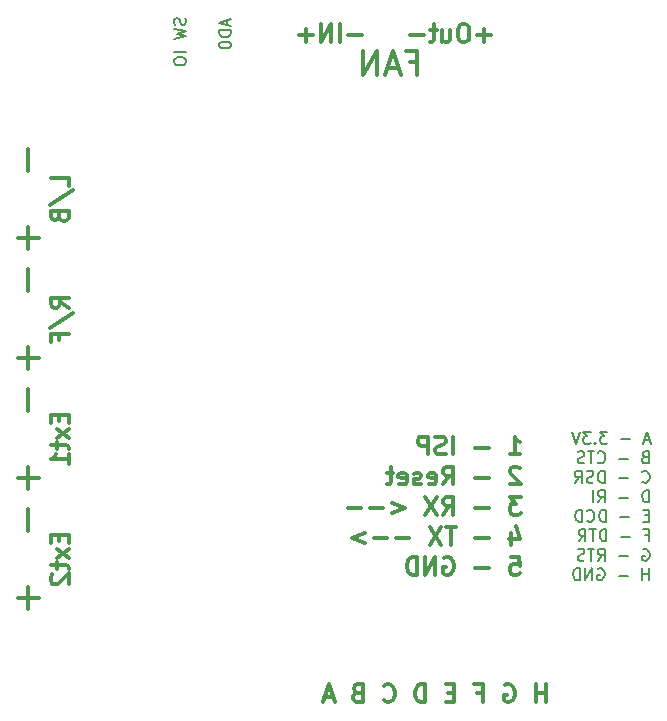
<source format=gbr>
G04 #@! TF.GenerationSoftware,KiCad,Pcbnew,(5.1.5)-3*
G04 #@! TF.CreationDate,2020-02-07T02:29:08+01:00*
G04 #@! TF.ProjectId,T962upgrade,54393632-7570-4677-9261-64652e6b6963,v0.1*
G04 #@! TF.SameCoordinates,Original*
G04 #@! TF.FileFunction,Legend,Bot*
G04 #@! TF.FilePolarity,Positive*
%FSLAX46Y46*%
G04 Gerber Fmt 4.6, Leading zero omitted, Abs format (unit mm)*
G04 Created by KiCad (PCBNEW (5.1.5)-3) date 2020-02-07 02:29:08*
%MOMM*%
%LPD*%
G04 APERTURE LIST*
%ADD10C,0.300000*%
%ADD11C,0.150000*%
G04 APERTURE END LIST*
D10*
X114232142Y-101623571D02*
X115089285Y-101623571D01*
X114660714Y-101623571D02*
X114660714Y-100123571D01*
X114803571Y-100337857D01*
X114946428Y-100480714D01*
X115089285Y-100552142D01*
X112446428Y-101052142D02*
X111303571Y-101052142D01*
X109446428Y-101623571D02*
X109446428Y-100123571D01*
X108803571Y-101552142D02*
X108589285Y-101623571D01*
X108232142Y-101623571D01*
X108089285Y-101552142D01*
X108017857Y-101480714D01*
X107946428Y-101337857D01*
X107946428Y-101195000D01*
X108017857Y-101052142D01*
X108089285Y-100980714D01*
X108232142Y-100909285D01*
X108517857Y-100837857D01*
X108660714Y-100766428D01*
X108732142Y-100695000D01*
X108803571Y-100552142D01*
X108803571Y-100409285D01*
X108732142Y-100266428D01*
X108660714Y-100195000D01*
X108517857Y-100123571D01*
X108160714Y-100123571D01*
X107946428Y-100195000D01*
X107303571Y-101623571D02*
X107303571Y-100123571D01*
X106732142Y-100123571D01*
X106589285Y-100195000D01*
X106517857Y-100266428D01*
X106446428Y-100409285D01*
X106446428Y-100623571D01*
X106517857Y-100766428D01*
X106589285Y-100837857D01*
X106732142Y-100909285D01*
X107303571Y-100909285D01*
X115089285Y-102816428D02*
X115017857Y-102745000D01*
X114875000Y-102673571D01*
X114517857Y-102673571D01*
X114375000Y-102745000D01*
X114303571Y-102816428D01*
X114232142Y-102959285D01*
X114232142Y-103102142D01*
X114303571Y-103316428D01*
X115160714Y-104173571D01*
X114232142Y-104173571D01*
X112446428Y-103602142D02*
X111303571Y-103602142D01*
X108589285Y-104173571D02*
X109089285Y-103459285D01*
X109446428Y-104173571D02*
X109446428Y-102673571D01*
X108875000Y-102673571D01*
X108732142Y-102745000D01*
X108660714Y-102816428D01*
X108589285Y-102959285D01*
X108589285Y-103173571D01*
X108660714Y-103316428D01*
X108732142Y-103387857D01*
X108875000Y-103459285D01*
X109446428Y-103459285D01*
X107375000Y-104102142D02*
X107517857Y-104173571D01*
X107803571Y-104173571D01*
X107946428Y-104102142D01*
X108017857Y-103959285D01*
X108017857Y-103387857D01*
X107946428Y-103245000D01*
X107803571Y-103173571D01*
X107517857Y-103173571D01*
X107375000Y-103245000D01*
X107303571Y-103387857D01*
X107303571Y-103530714D01*
X108017857Y-103673571D01*
X106732142Y-104102142D02*
X106589285Y-104173571D01*
X106303571Y-104173571D01*
X106160714Y-104102142D01*
X106089285Y-103959285D01*
X106089285Y-103887857D01*
X106160714Y-103745000D01*
X106303571Y-103673571D01*
X106517857Y-103673571D01*
X106660714Y-103602142D01*
X106732142Y-103459285D01*
X106732142Y-103387857D01*
X106660714Y-103245000D01*
X106517857Y-103173571D01*
X106303571Y-103173571D01*
X106160714Y-103245000D01*
X104875000Y-104102142D02*
X105017857Y-104173571D01*
X105303571Y-104173571D01*
X105446428Y-104102142D01*
X105517857Y-103959285D01*
X105517857Y-103387857D01*
X105446428Y-103245000D01*
X105303571Y-103173571D01*
X105017857Y-103173571D01*
X104875000Y-103245000D01*
X104803571Y-103387857D01*
X104803571Y-103530714D01*
X105517857Y-103673571D01*
X104375000Y-103173571D02*
X103803571Y-103173571D01*
X104160714Y-102673571D02*
X104160714Y-103959285D01*
X104089285Y-104102142D01*
X103946428Y-104173571D01*
X103803571Y-104173571D01*
X115160714Y-105223571D02*
X114232142Y-105223571D01*
X114732142Y-105795000D01*
X114517857Y-105795000D01*
X114375000Y-105866428D01*
X114303571Y-105937857D01*
X114232142Y-106080714D01*
X114232142Y-106437857D01*
X114303571Y-106580714D01*
X114375000Y-106652142D01*
X114517857Y-106723571D01*
X114946428Y-106723571D01*
X115089285Y-106652142D01*
X115160714Y-106580714D01*
X112446428Y-106152142D02*
X111303571Y-106152142D01*
X108589285Y-106723571D02*
X109089285Y-106009285D01*
X109446428Y-106723571D02*
X109446428Y-105223571D01*
X108875000Y-105223571D01*
X108732142Y-105295000D01*
X108660714Y-105366428D01*
X108589285Y-105509285D01*
X108589285Y-105723571D01*
X108660714Y-105866428D01*
X108732142Y-105937857D01*
X108875000Y-106009285D01*
X109446428Y-106009285D01*
X108089285Y-105223571D02*
X107089285Y-106723571D01*
X107089285Y-105223571D02*
X108089285Y-106723571D01*
X104232142Y-105723571D02*
X105375000Y-106152142D01*
X104232142Y-106580714D01*
X103517857Y-106152142D02*
X102375000Y-106152142D01*
X101660714Y-106152142D02*
X100517857Y-106152142D01*
X114375000Y-108273571D02*
X114375000Y-109273571D01*
X114732142Y-107702142D02*
X115089285Y-108773571D01*
X114160714Y-108773571D01*
X112446428Y-108702142D02*
X111303571Y-108702142D01*
X109660714Y-107773571D02*
X108803571Y-107773571D01*
X109232142Y-109273571D02*
X109232142Y-107773571D01*
X108446428Y-107773571D02*
X107446428Y-109273571D01*
X107446428Y-107773571D02*
X108446428Y-109273571D01*
X105732142Y-108702142D02*
X104589285Y-108702142D01*
X103875000Y-108702142D02*
X102732142Y-108702142D01*
X102017857Y-108273571D02*
X100875000Y-108702142D01*
X102017857Y-109130714D01*
X114303571Y-110323571D02*
X115017857Y-110323571D01*
X115089285Y-111037857D01*
X115017857Y-110966428D01*
X114875000Y-110895000D01*
X114517857Y-110895000D01*
X114375000Y-110966428D01*
X114303571Y-111037857D01*
X114232142Y-111180714D01*
X114232142Y-111537857D01*
X114303571Y-111680714D01*
X114375000Y-111752142D01*
X114517857Y-111823571D01*
X114875000Y-111823571D01*
X115017857Y-111752142D01*
X115089285Y-111680714D01*
X112446428Y-111252142D02*
X111303571Y-111252142D01*
X108660714Y-110395000D02*
X108803571Y-110323571D01*
X109017857Y-110323571D01*
X109232142Y-110395000D01*
X109375000Y-110537857D01*
X109446428Y-110680714D01*
X109517857Y-110966428D01*
X109517857Y-111180714D01*
X109446428Y-111466428D01*
X109375000Y-111609285D01*
X109232142Y-111752142D01*
X109017857Y-111823571D01*
X108875000Y-111823571D01*
X108660714Y-111752142D01*
X108589285Y-111680714D01*
X108589285Y-111180714D01*
X108875000Y-111180714D01*
X107946428Y-111823571D02*
X107946428Y-110323571D01*
X107089285Y-111823571D01*
X107089285Y-110323571D01*
X106375000Y-111823571D02*
X106375000Y-110323571D01*
X106017857Y-110323571D01*
X105803571Y-110395000D01*
X105660714Y-110537857D01*
X105589285Y-110680714D01*
X105517857Y-110966428D01*
X105517857Y-111180714D01*
X105589285Y-111466428D01*
X105660714Y-111609285D01*
X105803571Y-111752142D01*
X106017857Y-111823571D01*
X106375000Y-111823571D01*
D11*
X126077023Y-100436666D02*
X125600833Y-100436666D01*
X126172261Y-100722380D02*
X125838928Y-99722380D01*
X125505595Y-100722380D01*
X124410357Y-100341428D02*
X123648452Y-100341428D01*
X122505595Y-99722380D02*
X121886547Y-99722380D01*
X122219880Y-100103333D01*
X122077023Y-100103333D01*
X121981785Y-100150952D01*
X121934166Y-100198571D01*
X121886547Y-100293809D01*
X121886547Y-100531904D01*
X121934166Y-100627142D01*
X121981785Y-100674761D01*
X122077023Y-100722380D01*
X122362738Y-100722380D01*
X122457976Y-100674761D01*
X122505595Y-100627142D01*
X121457976Y-100627142D02*
X121410357Y-100674761D01*
X121457976Y-100722380D01*
X121505595Y-100674761D01*
X121457976Y-100627142D01*
X121457976Y-100722380D01*
X121077023Y-99722380D02*
X120457976Y-99722380D01*
X120791309Y-100103333D01*
X120648452Y-100103333D01*
X120553214Y-100150952D01*
X120505595Y-100198571D01*
X120457976Y-100293809D01*
X120457976Y-100531904D01*
X120505595Y-100627142D01*
X120553214Y-100674761D01*
X120648452Y-100722380D01*
X120934166Y-100722380D01*
X121029404Y-100674761D01*
X121077023Y-100627142D01*
X120172261Y-99722380D02*
X119838928Y-100722380D01*
X119505595Y-99722380D01*
X125696071Y-101848571D02*
X125553214Y-101896190D01*
X125505595Y-101943809D01*
X125457976Y-102039047D01*
X125457976Y-102181904D01*
X125505595Y-102277142D01*
X125553214Y-102324761D01*
X125648452Y-102372380D01*
X126029404Y-102372380D01*
X126029404Y-101372380D01*
X125696071Y-101372380D01*
X125600833Y-101420000D01*
X125553214Y-101467619D01*
X125505595Y-101562857D01*
X125505595Y-101658095D01*
X125553214Y-101753333D01*
X125600833Y-101800952D01*
X125696071Y-101848571D01*
X126029404Y-101848571D01*
X124267500Y-101991428D02*
X123505595Y-101991428D01*
X121696071Y-102277142D02*
X121743690Y-102324761D01*
X121886547Y-102372380D01*
X121981785Y-102372380D01*
X122124642Y-102324761D01*
X122219880Y-102229523D01*
X122267500Y-102134285D01*
X122315119Y-101943809D01*
X122315119Y-101800952D01*
X122267500Y-101610476D01*
X122219880Y-101515238D01*
X122124642Y-101420000D01*
X121981785Y-101372380D01*
X121886547Y-101372380D01*
X121743690Y-101420000D01*
X121696071Y-101467619D01*
X121410357Y-101372380D02*
X120838928Y-101372380D01*
X121124642Y-102372380D02*
X121124642Y-101372380D01*
X120553214Y-102324761D02*
X120410357Y-102372380D01*
X120172261Y-102372380D01*
X120077023Y-102324761D01*
X120029404Y-102277142D01*
X119981785Y-102181904D01*
X119981785Y-102086666D01*
X120029404Y-101991428D01*
X120077023Y-101943809D01*
X120172261Y-101896190D01*
X120362738Y-101848571D01*
X120457976Y-101800952D01*
X120505595Y-101753333D01*
X120553214Y-101658095D01*
X120553214Y-101562857D01*
X120505595Y-101467619D01*
X120457976Y-101420000D01*
X120362738Y-101372380D01*
X120124642Y-101372380D01*
X119981785Y-101420000D01*
X125457976Y-103927142D02*
X125505595Y-103974761D01*
X125648452Y-104022380D01*
X125743690Y-104022380D01*
X125886547Y-103974761D01*
X125981785Y-103879523D01*
X126029404Y-103784285D01*
X126077023Y-103593809D01*
X126077023Y-103450952D01*
X126029404Y-103260476D01*
X125981785Y-103165238D01*
X125886547Y-103070000D01*
X125743690Y-103022380D01*
X125648452Y-103022380D01*
X125505595Y-103070000D01*
X125457976Y-103117619D01*
X124267500Y-103641428D02*
X123505595Y-103641428D01*
X122267500Y-104022380D02*
X122267500Y-103022380D01*
X122029404Y-103022380D01*
X121886547Y-103070000D01*
X121791309Y-103165238D01*
X121743690Y-103260476D01*
X121696071Y-103450952D01*
X121696071Y-103593809D01*
X121743690Y-103784285D01*
X121791309Y-103879523D01*
X121886547Y-103974761D01*
X122029404Y-104022380D01*
X122267500Y-104022380D01*
X121315119Y-103974761D02*
X121172261Y-104022380D01*
X120934166Y-104022380D01*
X120838928Y-103974761D01*
X120791309Y-103927142D01*
X120743690Y-103831904D01*
X120743690Y-103736666D01*
X120791309Y-103641428D01*
X120838928Y-103593809D01*
X120934166Y-103546190D01*
X121124642Y-103498571D01*
X121219880Y-103450952D01*
X121267500Y-103403333D01*
X121315119Y-103308095D01*
X121315119Y-103212857D01*
X121267500Y-103117619D01*
X121219880Y-103070000D01*
X121124642Y-103022380D01*
X120886547Y-103022380D01*
X120743690Y-103070000D01*
X119743690Y-104022380D02*
X120077023Y-103546190D01*
X120315119Y-104022380D02*
X120315119Y-103022380D01*
X119934166Y-103022380D01*
X119838928Y-103070000D01*
X119791309Y-103117619D01*
X119743690Y-103212857D01*
X119743690Y-103355714D01*
X119791309Y-103450952D01*
X119838928Y-103498571D01*
X119934166Y-103546190D01*
X120315119Y-103546190D01*
X126029404Y-105672380D02*
X126029404Y-104672380D01*
X125791309Y-104672380D01*
X125648452Y-104720000D01*
X125553214Y-104815238D01*
X125505595Y-104910476D01*
X125457976Y-105100952D01*
X125457976Y-105243809D01*
X125505595Y-105434285D01*
X125553214Y-105529523D01*
X125648452Y-105624761D01*
X125791309Y-105672380D01*
X126029404Y-105672380D01*
X124267500Y-105291428D02*
X123505595Y-105291428D01*
X121696071Y-105672380D02*
X122029404Y-105196190D01*
X122267500Y-105672380D02*
X122267500Y-104672380D01*
X121886547Y-104672380D01*
X121791309Y-104720000D01*
X121743690Y-104767619D01*
X121696071Y-104862857D01*
X121696071Y-105005714D01*
X121743690Y-105100952D01*
X121791309Y-105148571D01*
X121886547Y-105196190D01*
X122267500Y-105196190D01*
X121267500Y-105672380D02*
X121267500Y-104672380D01*
X126029404Y-106798571D02*
X125696071Y-106798571D01*
X125553214Y-107322380D02*
X126029404Y-107322380D01*
X126029404Y-106322380D01*
X125553214Y-106322380D01*
X124362738Y-106941428D02*
X123600833Y-106941428D01*
X122362738Y-107322380D02*
X122362738Y-106322380D01*
X122124642Y-106322380D01*
X121981785Y-106370000D01*
X121886547Y-106465238D01*
X121838928Y-106560476D01*
X121791309Y-106750952D01*
X121791309Y-106893809D01*
X121838928Y-107084285D01*
X121886547Y-107179523D01*
X121981785Y-107274761D01*
X122124642Y-107322380D01*
X122362738Y-107322380D01*
X120791309Y-107227142D02*
X120838928Y-107274761D01*
X120981785Y-107322380D01*
X121077023Y-107322380D01*
X121219880Y-107274761D01*
X121315119Y-107179523D01*
X121362738Y-107084285D01*
X121410357Y-106893809D01*
X121410357Y-106750952D01*
X121362738Y-106560476D01*
X121315119Y-106465238D01*
X121219880Y-106370000D01*
X121077023Y-106322380D01*
X120981785Y-106322380D01*
X120838928Y-106370000D01*
X120791309Y-106417619D01*
X120362738Y-107322380D02*
X120362738Y-106322380D01*
X120124642Y-106322380D01*
X119981785Y-106370000D01*
X119886547Y-106465238D01*
X119838928Y-106560476D01*
X119791309Y-106750952D01*
X119791309Y-106893809D01*
X119838928Y-107084285D01*
X119886547Y-107179523D01*
X119981785Y-107274761D01*
X120124642Y-107322380D01*
X120362738Y-107322380D01*
X125696071Y-108448571D02*
X126029404Y-108448571D01*
X126029404Y-108972380D02*
X126029404Y-107972380D01*
X125553214Y-107972380D01*
X124410357Y-108591428D02*
X123648452Y-108591428D01*
X122410357Y-108972380D02*
X122410357Y-107972380D01*
X122172261Y-107972380D01*
X122029404Y-108020000D01*
X121934166Y-108115238D01*
X121886547Y-108210476D01*
X121838928Y-108400952D01*
X121838928Y-108543809D01*
X121886547Y-108734285D01*
X121934166Y-108829523D01*
X122029404Y-108924761D01*
X122172261Y-108972380D01*
X122410357Y-108972380D01*
X121553214Y-107972380D02*
X120981785Y-107972380D01*
X121267499Y-108972380D02*
X121267499Y-107972380D01*
X120077023Y-108972380D02*
X120410357Y-108496190D01*
X120648452Y-108972380D02*
X120648452Y-107972380D01*
X120267499Y-107972380D01*
X120172261Y-108020000D01*
X120124642Y-108067619D01*
X120077023Y-108162857D01*
X120077023Y-108305714D01*
X120124642Y-108400952D01*
X120172261Y-108448571D01*
X120267499Y-108496190D01*
X120648452Y-108496190D01*
X125505595Y-109670000D02*
X125600833Y-109622380D01*
X125743690Y-109622380D01*
X125886547Y-109670000D01*
X125981785Y-109765238D01*
X126029404Y-109860476D01*
X126077023Y-110050952D01*
X126077023Y-110193809D01*
X126029404Y-110384285D01*
X125981785Y-110479523D01*
X125886547Y-110574761D01*
X125743690Y-110622380D01*
X125648452Y-110622380D01*
X125505595Y-110574761D01*
X125457976Y-110527142D01*
X125457976Y-110193809D01*
X125648452Y-110193809D01*
X124267500Y-110241428D02*
X123505595Y-110241428D01*
X121696071Y-110622380D02*
X122029404Y-110146190D01*
X122267500Y-110622380D02*
X122267500Y-109622380D01*
X121886547Y-109622380D01*
X121791309Y-109670000D01*
X121743690Y-109717619D01*
X121696071Y-109812857D01*
X121696071Y-109955714D01*
X121743690Y-110050952D01*
X121791309Y-110098571D01*
X121886547Y-110146190D01*
X122267500Y-110146190D01*
X121410357Y-109622380D02*
X120838928Y-109622380D01*
X121124642Y-110622380D02*
X121124642Y-109622380D01*
X120553214Y-110574761D02*
X120410357Y-110622380D01*
X120172261Y-110622380D01*
X120077023Y-110574761D01*
X120029404Y-110527142D01*
X119981785Y-110431904D01*
X119981785Y-110336666D01*
X120029404Y-110241428D01*
X120077023Y-110193809D01*
X120172261Y-110146190D01*
X120362738Y-110098571D01*
X120457976Y-110050952D01*
X120505595Y-110003333D01*
X120553214Y-109908095D01*
X120553214Y-109812857D01*
X120505595Y-109717619D01*
X120457976Y-109670000D01*
X120362738Y-109622380D01*
X120124642Y-109622380D01*
X119981785Y-109670000D01*
X126029404Y-112272380D02*
X126029404Y-111272380D01*
X126029404Y-111748571D02*
X125457976Y-111748571D01*
X125457976Y-112272380D02*
X125457976Y-111272380D01*
X124219880Y-111891428D02*
X123457976Y-111891428D01*
X121696071Y-111320000D02*
X121791309Y-111272380D01*
X121934166Y-111272380D01*
X122077023Y-111320000D01*
X122172261Y-111415238D01*
X122219880Y-111510476D01*
X122267500Y-111700952D01*
X122267500Y-111843809D01*
X122219880Y-112034285D01*
X122172261Y-112129523D01*
X122077023Y-112224761D01*
X121934166Y-112272380D01*
X121838928Y-112272380D01*
X121696071Y-112224761D01*
X121648452Y-112177142D01*
X121648452Y-111843809D01*
X121838928Y-111843809D01*
X121219880Y-112272380D02*
X121219880Y-111272380D01*
X120648452Y-112272380D01*
X120648452Y-111272380D01*
X120172261Y-112272380D02*
X120172261Y-111272380D01*
X119934166Y-111272380D01*
X119791309Y-111320000D01*
X119696071Y-111415238D01*
X119648452Y-111510476D01*
X119600833Y-111700952D01*
X119600833Y-111843809D01*
X119648452Y-112034285D01*
X119696071Y-112129523D01*
X119791309Y-112224761D01*
X119934166Y-112272380D01*
X120172261Y-112272380D01*
D10*
X105759047Y-68437142D02*
X106425714Y-68437142D01*
X106425714Y-69484761D02*
X106425714Y-67484761D01*
X105473333Y-67484761D01*
X104806666Y-68913333D02*
X103854285Y-68913333D01*
X104997142Y-69484761D02*
X104330476Y-67484761D01*
X103663809Y-69484761D01*
X102997142Y-69484761D02*
X102997142Y-67484761D01*
X101854285Y-69484761D01*
X101854285Y-67484761D01*
X112612857Y-66147142D02*
X111470000Y-66147142D01*
X112041428Y-66718571D02*
X112041428Y-65575714D01*
X110470000Y-65218571D02*
X110184285Y-65218571D01*
X110041428Y-65290000D01*
X109898571Y-65432857D01*
X109827142Y-65718571D01*
X109827142Y-66218571D01*
X109898571Y-66504285D01*
X110041428Y-66647142D01*
X110184285Y-66718571D01*
X110470000Y-66718571D01*
X110612857Y-66647142D01*
X110755714Y-66504285D01*
X110827142Y-66218571D01*
X110827142Y-65718571D01*
X110755714Y-65432857D01*
X110612857Y-65290000D01*
X110470000Y-65218571D01*
X108541428Y-65718571D02*
X108541428Y-66718571D01*
X109184285Y-65718571D02*
X109184285Y-66504285D01*
X109112857Y-66647142D01*
X108970000Y-66718571D01*
X108755714Y-66718571D01*
X108612857Y-66647142D01*
X108541428Y-66575714D01*
X108041428Y-65718571D02*
X107470000Y-65718571D01*
X107827142Y-65218571D02*
X107827142Y-66504285D01*
X107755714Y-66647142D01*
X107612857Y-66718571D01*
X107470000Y-66718571D01*
X106970000Y-66147142D02*
X105827142Y-66147142D01*
X101702857Y-66147142D02*
X100560000Y-66147142D01*
X99845714Y-66718571D02*
X99845714Y-65218571D01*
X99131428Y-66718571D02*
X99131428Y-65218571D01*
X98274285Y-66718571D01*
X98274285Y-65218571D01*
X97560000Y-66147142D02*
X96417142Y-66147142D01*
X96988571Y-66718571D02*
X96988571Y-65575714D01*
D11*
X90336666Y-64825714D02*
X90336666Y-65301904D01*
X90622380Y-64730476D02*
X89622380Y-65063809D01*
X90622380Y-65397142D01*
X90622380Y-65730476D02*
X89622380Y-65730476D01*
X89622380Y-65968571D01*
X89670000Y-66111428D01*
X89765238Y-66206666D01*
X89860476Y-66254285D01*
X90050952Y-66301904D01*
X90193809Y-66301904D01*
X90384285Y-66254285D01*
X90479523Y-66206666D01*
X90574761Y-66111428D01*
X90622380Y-65968571D01*
X90622380Y-65730476D01*
X89622380Y-66920952D02*
X89622380Y-67016190D01*
X89670000Y-67111428D01*
X89717619Y-67159047D01*
X89812857Y-67206666D01*
X90003333Y-67254285D01*
X90241428Y-67254285D01*
X90431904Y-67206666D01*
X90527142Y-67159047D01*
X90574761Y-67111428D01*
X90622380Y-67016190D01*
X90622380Y-66920952D01*
X90574761Y-66825714D01*
X90527142Y-66778095D01*
X90431904Y-66730476D01*
X90241428Y-66682857D01*
X90003333Y-66682857D01*
X89812857Y-66730476D01*
X89717619Y-66778095D01*
X89670000Y-66825714D01*
X89622380Y-66920952D01*
X86764761Y-64675000D02*
X86812380Y-64817857D01*
X86812380Y-65055952D01*
X86764761Y-65151190D01*
X86717142Y-65198809D01*
X86621904Y-65246428D01*
X86526666Y-65246428D01*
X86431428Y-65198809D01*
X86383809Y-65151190D01*
X86336190Y-65055952D01*
X86288571Y-64865476D01*
X86240952Y-64770238D01*
X86193333Y-64722619D01*
X86098095Y-64675000D01*
X86002857Y-64675000D01*
X85907619Y-64722619D01*
X85860000Y-64770238D01*
X85812380Y-64865476D01*
X85812380Y-65103571D01*
X85860000Y-65246428D01*
X85812380Y-65579761D02*
X86812380Y-65817857D01*
X86098095Y-66008333D01*
X86812380Y-66198809D01*
X85812380Y-66436904D01*
X86812380Y-67579761D02*
X85812380Y-67579761D01*
X85812380Y-68246428D02*
X85812380Y-68436904D01*
X85860000Y-68532142D01*
X85955238Y-68627380D01*
X86145714Y-68675000D01*
X86479047Y-68675000D01*
X86669523Y-68627380D01*
X86764761Y-68532142D01*
X86812380Y-68436904D01*
X86812380Y-68246428D01*
X86764761Y-68151190D01*
X86669523Y-68055952D01*
X86479047Y-68008333D01*
X86145714Y-68008333D01*
X85955238Y-68055952D01*
X85860000Y-68151190D01*
X85812380Y-68246428D01*
D10*
X117280238Y-122594047D02*
X117280238Y-121104047D01*
X117280238Y-121813571D02*
X116428809Y-121813571D01*
X116428809Y-122594047D02*
X116428809Y-121104047D01*
X113803571Y-121175000D02*
X113945476Y-121104047D01*
X114158333Y-121104047D01*
X114371190Y-121175000D01*
X114513095Y-121316904D01*
X114584047Y-121458809D01*
X114655000Y-121742619D01*
X114655000Y-121955476D01*
X114584047Y-122239285D01*
X114513095Y-122381190D01*
X114371190Y-122523095D01*
X114158333Y-122594047D01*
X114016428Y-122594047D01*
X113803571Y-122523095D01*
X113732619Y-122452142D01*
X113732619Y-121955476D01*
X114016428Y-121955476D01*
X111462142Y-121813571D02*
X111958809Y-121813571D01*
X111958809Y-122594047D02*
X111958809Y-121104047D01*
X111249285Y-121104047D01*
X109546428Y-121813571D02*
X109049761Y-121813571D01*
X108836904Y-122594047D02*
X109546428Y-122594047D01*
X109546428Y-121104047D01*
X108836904Y-121104047D01*
X107063095Y-122594047D02*
X107063095Y-121104047D01*
X106708333Y-121104047D01*
X106495476Y-121175000D01*
X106353571Y-121316904D01*
X106282619Y-121458809D01*
X106211666Y-121742619D01*
X106211666Y-121955476D01*
X106282619Y-122239285D01*
X106353571Y-122381190D01*
X106495476Y-122523095D01*
X106708333Y-122594047D01*
X107063095Y-122594047D01*
X103586428Y-122452142D02*
X103657380Y-122523095D01*
X103870238Y-122594047D01*
X104012142Y-122594047D01*
X104225000Y-122523095D01*
X104366904Y-122381190D01*
X104437857Y-122239285D01*
X104508809Y-121955476D01*
X104508809Y-121742619D01*
X104437857Y-121458809D01*
X104366904Y-121316904D01*
X104225000Y-121175000D01*
X104012142Y-121104047D01*
X103870238Y-121104047D01*
X103657380Y-121175000D01*
X103586428Y-121245952D01*
X101315952Y-121813571D02*
X101103095Y-121884523D01*
X101032142Y-121955476D01*
X100961190Y-122097380D01*
X100961190Y-122310238D01*
X101032142Y-122452142D01*
X101103095Y-122523095D01*
X101245000Y-122594047D01*
X101812619Y-122594047D01*
X101812619Y-121104047D01*
X101315952Y-121104047D01*
X101174047Y-121175000D01*
X101103095Y-121245952D01*
X101032142Y-121387857D01*
X101032142Y-121529761D01*
X101103095Y-121671666D01*
X101174047Y-121742619D01*
X101315952Y-121813571D01*
X101812619Y-121813571D01*
X99258333Y-122168333D02*
X98548809Y-122168333D01*
X99400238Y-122594047D02*
X98903571Y-121104047D01*
X98406904Y-122594047D01*
X73488571Y-114718571D02*
X73488571Y-112890000D01*
X72574285Y-113804285D02*
X74402857Y-113804285D01*
X73488571Y-108090000D02*
X73488571Y-106261428D01*
X73488571Y-104558571D02*
X73488571Y-102730000D01*
X72574285Y-103644285D02*
X74402857Y-103644285D01*
X73488571Y-97930000D02*
X73488571Y-96101428D01*
X73488571Y-94398571D02*
X73488571Y-92570000D01*
X72574285Y-93484285D02*
X74402857Y-93484285D01*
X73488571Y-87770000D02*
X73488571Y-85941428D01*
X76878571Y-78938571D02*
X76878571Y-78224285D01*
X75378571Y-78224285D01*
X75307142Y-80510000D02*
X77235714Y-79224285D01*
X76092857Y-81510000D02*
X76164285Y-81724285D01*
X76235714Y-81795714D01*
X76378571Y-81867142D01*
X76592857Y-81867142D01*
X76735714Y-81795714D01*
X76807142Y-81724285D01*
X76878571Y-81581428D01*
X76878571Y-81010000D01*
X75378571Y-81010000D01*
X75378571Y-81510000D01*
X75450000Y-81652857D01*
X75521428Y-81724285D01*
X75664285Y-81795714D01*
X75807142Y-81795714D01*
X75950000Y-81724285D01*
X76021428Y-81652857D01*
X76092857Y-81510000D01*
X76092857Y-81010000D01*
X76878571Y-89205714D02*
X76164285Y-88705714D01*
X76878571Y-88348571D02*
X75378571Y-88348571D01*
X75378571Y-88920000D01*
X75450000Y-89062857D01*
X75521428Y-89134285D01*
X75664285Y-89205714D01*
X75878571Y-89205714D01*
X76021428Y-89134285D01*
X76092857Y-89062857D01*
X76164285Y-88920000D01*
X76164285Y-88348571D01*
X75307142Y-90920000D02*
X77235714Y-89634285D01*
X76092857Y-91920000D02*
X76092857Y-91420000D01*
X76878571Y-91420000D02*
X75378571Y-91420000D01*
X75378571Y-92134285D01*
X76092857Y-98258571D02*
X76092857Y-98758571D01*
X76878571Y-98972857D02*
X76878571Y-98258571D01*
X75378571Y-98258571D01*
X75378571Y-98972857D01*
X76878571Y-99472857D02*
X75878571Y-100258571D01*
X75878571Y-99472857D02*
X76878571Y-100258571D01*
X75878571Y-100615714D02*
X75878571Y-101187142D01*
X75378571Y-100830000D02*
X76664285Y-100830000D01*
X76807142Y-100901428D01*
X76878571Y-101044285D01*
X76878571Y-101187142D01*
X76878571Y-102472857D02*
X76878571Y-101615714D01*
X76878571Y-102044285D02*
X75378571Y-102044285D01*
X75592857Y-101901428D01*
X75735714Y-101758571D01*
X75807142Y-101615714D01*
X76092857Y-108418571D02*
X76092857Y-108918571D01*
X76878571Y-109132857D02*
X76878571Y-108418571D01*
X75378571Y-108418571D01*
X75378571Y-109132857D01*
X76878571Y-109632857D02*
X75878571Y-110418571D01*
X75878571Y-109632857D02*
X76878571Y-110418571D01*
X75878571Y-110775714D02*
X75878571Y-111347142D01*
X75378571Y-110990000D02*
X76664285Y-110990000D01*
X76807142Y-111061428D01*
X76878571Y-111204285D01*
X76878571Y-111347142D01*
X75521428Y-111775714D02*
X75450000Y-111847142D01*
X75378571Y-111990000D01*
X75378571Y-112347142D01*
X75450000Y-112490000D01*
X75521428Y-112561428D01*
X75664285Y-112632857D01*
X75807142Y-112632857D01*
X76021428Y-112561428D01*
X76878571Y-111704285D01*
X76878571Y-112632857D01*
X73488571Y-84238571D02*
X73488571Y-82410000D01*
X72574285Y-83324285D02*
X74402857Y-83324285D01*
X73488571Y-77610000D02*
X73488571Y-75781428D01*
M02*

</source>
